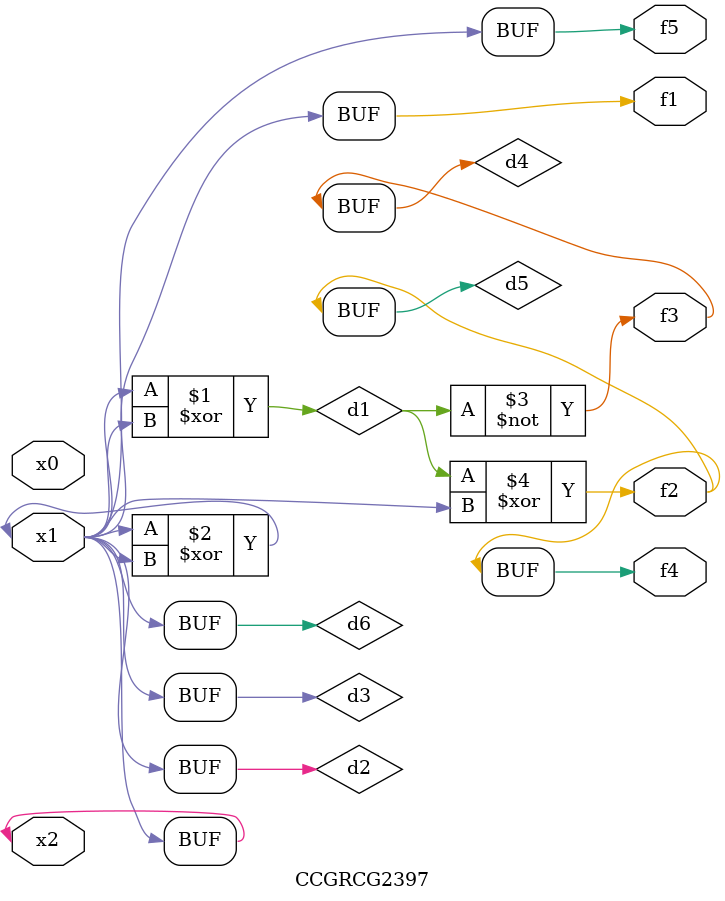
<source format=v>
module CCGRCG2397(
	input x0, x1, x2,
	output f1, f2, f3, f4, f5
);

	wire d1, d2, d3, d4, d5, d6;

	xor (d1, x1, x2);
	buf (d2, x1, x2);
	xor (d3, x1, x2);
	nor (d4, d1);
	xor (d5, d1, d2);
	buf (d6, d2, d3);
	assign f1 = d6;
	assign f2 = d5;
	assign f3 = d4;
	assign f4 = d5;
	assign f5 = d6;
endmodule

</source>
